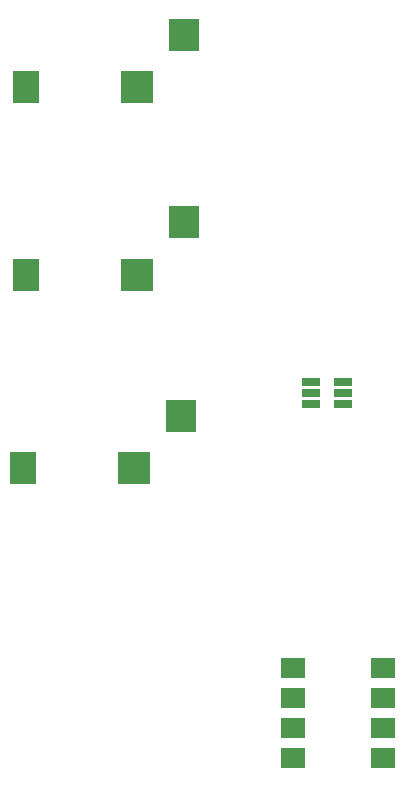
<source format=gbr>
G04 #@! TF.GenerationSoftware,KiCad,Pcbnew,(5.0.1)-rc2*
G04 #@! TF.CreationDate,2018-12-18T19:29:48-05:00*
G04 #@! TF.ProjectId,midi2cv,6D6964693263762E6B696361645F7063,rev?*
G04 #@! TF.SameCoordinates,Original*
G04 #@! TF.FileFunction,Paste,Top*
G04 #@! TF.FilePolarity,Positive*
%FSLAX46Y46*%
G04 Gerber Fmt 4.6, Leading zero omitted, Abs format (unit mm)*
G04 Created by KiCad (PCBNEW (5.0.1)-rc2) date 12/18/2018 7:29:48 PM*
%MOMM*%
%LPD*%
G01*
G04 APERTURE LIST*
%ADD10R,2.000000X1.780000*%
%ADD11R,2.600000X2.800000*%
%ADD12R,2.800000X2.800000*%
%ADD13R,2.200000X2.800000*%
%ADD14R,1.560000X0.650000*%
G04 APERTURE END LIST*
D10*
G04 #@! TO.C,IC1*
X153670000Y-107696000D03*
X161290000Y-115316000D03*
X153670000Y-110236000D03*
X161290000Y-112776000D03*
X153670000Y-112776000D03*
X161290000Y-110236000D03*
X153670000Y-115316000D03*
X161290000Y-107696000D03*
G04 #@! TD*
D11*
G04 #@! TO.C,J1*
X144440000Y-54114000D03*
D12*
X140440000Y-58564000D03*
D13*
X131040000Y-58564000D03*
G04 #@! TD*
G04 #@! TO.C,J2*
X130786000Y-90822000D03*
D12*
X140186000Y-90822000D03*
D11*
X144186000Y-86372000D03*
G04 #@! TD*
D13*
G04 #@! TO.C,J3*
X131040000Y-74439000D03*
D12*
X140440000Y-74439000D03*
D11*
X144440000Y-69989000D03*
G04 #@! TD*
D14*
G04 #@! TO.C,U1*
X155241000Y-83505000D03*
X155241000Y-84455000D03*
X155241000Y-85405000D03*
X157941000Y-85405000D03*
X157941000Y-83505000D03*
X157941000Y-84455000D03*
G04 #@! TD*
M02*

</source>
